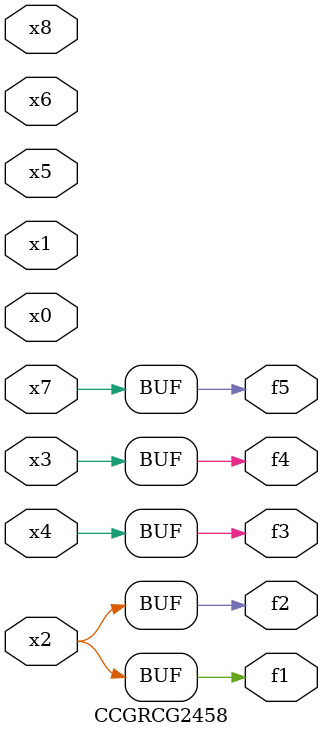
<source format=v>
module CCGRCG2458(
	input x0, x1, x2, x3, x4, x5, x6, x7, x8,
	output f1, f2, f3, f4, f5
);
	assign f1 = x2;
	assign f2 = x2;
	assign f3 = x4;
	assign f4 = x3;
	assign f5 = x7;
endmodule

</source>
